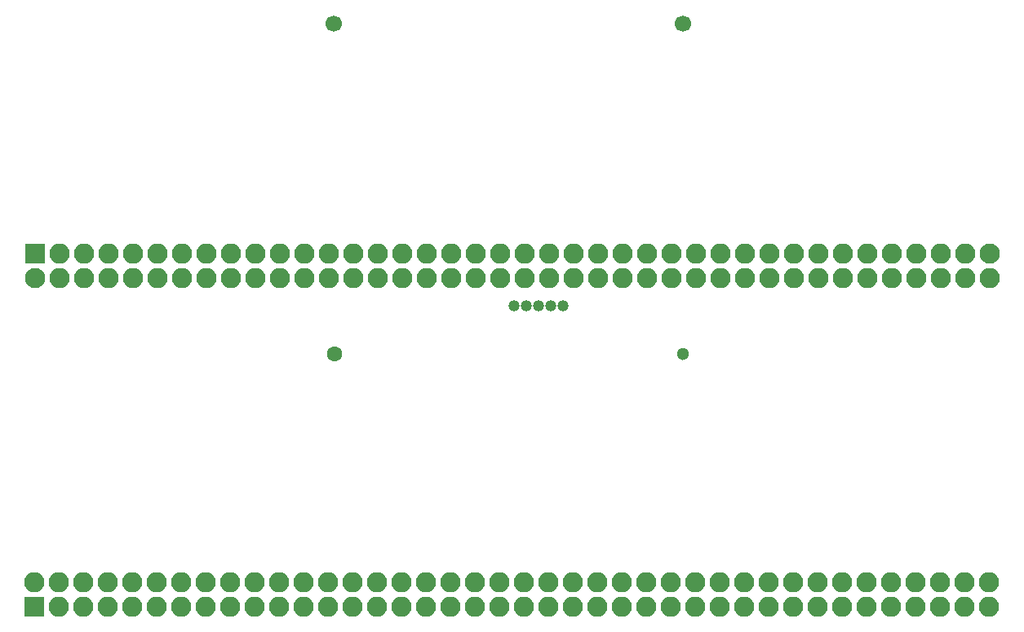
<source format=gbr>
%TF.GenerationSoftware,KiCad,Pcbnew,6.0.4-6f826c9f35~116~ubuntu20.04.1*%
%TF.CreationDate,2022-04-13T10:42:55+07:00*%
%TF.ProjectId,BTB2Header,42544232-4865-4616-9465-722e6b696361,rev?*%
%TF.SameCoordinates,Original*%
%TF.FileFunction,Soldermask,Bot*%
%TF.FilePolarity,Negative*%
%FSLAX46Y46*%
G04 Gerber Fmt 4.6, Leading zero omitted, Abs format (unit mm)*
G04 Created by KiCad (PCBNEW 6.0.4-6f826c9f35~116~ubuntu20.04.1) date 2022-04-13 10:42:55*
%MOMM*%
%LPD*%
G01*
G04 APERTURE LIST*
G04 Aperture macros list*
%AMRoundRect*
0 Rectangle with rounded corners*
0 $1 Rounding radius*
0 $2 $3 $4 $5 $6 $7 $8 $9 X,Y pos of 4 corners*
0 Add a 4 corners polygon primitive as box body*
4,1,4,$2,$3,$4,$5,$6,$7,$8,$9,$2,$3,0*
0 Add four circle primitives for the rounded corners*
1,1,$1+$1,$2,$3*
1,1,$1+$1,$4,$5*
1,1,$1+$1,$6,$7*
1,1,$1+$1,$8,$9*
0 Add four rect primitives between the rounded corners*
20,1,$1+$1,$2,$3,$4,$5,0*
20,1,$1+$1,$4,$5,$6,$7,0*
20,1,$1+$1,$6,$7,$8,$9,0*
20,1,$1+$1,$8,$9,$2,$3,0*%
G04 Aperture macros list end*
%ADD10C,1.187400*%
%ADD11C,1.700000*%
%ADD12RoundRect,0.200000X0.850000X-0.850000X0.850000X0.850000X-0.850000X0.850000X-0.850000X-0.850000X0*%
%ADD13O,2.100000X2.100000*%
%ADD14C,2.100000*%
%ADD15RoundRect,0.200000X-0.850000X0.850000X-0.850000X-0.850000X0.850000X-0.850000X0.850000X0.850000X0*%
%ADD16C,1.300000*%
%ADD17C,1.600000*%
G04 APERTURE END LIST*
D10*
%TO.C,REF\u002A\u002A*%
X124104400Y-98653600D03*
X129184400Y-98653600D03*
X127914400Y-98653600D03*
X126644400Y-98653600D03*
X125374400Y-98653600D03*
%TD*%
D11*
%TO.C,CN1*%
X141625525Y-69343518D03*
X105425525Y-69343518D03*
%TD*%
D12*
%TO.C,J2*%
X74351676Y-129923877D03*
D13*
X74351676Y-127383877D03*
X76891676Y-129923877D03*
X76891676Y-127383877D03*
X79431676Y-129923877D03*
X79431676Y-127383877D03*
X81971676Y-129923877D03*
X81971676Y-127383877D03*
X84511676Y-129923877D03*
X84511676Y-127383877D03*
X87051676Y-129923877D03*
X87051676Y-127383877D03*
X89591676Y-129923877D03*
X89591676Y-127383877D03*
X92131676Y-129923877D03*
X92131676Y-127383877D03*
X94671676Y-129923877D03*
X94671676Y-127383877D03*
X97211676Y-129923877D03*
X97211676Y-127383877D03*
X99751676Y-129923877D03*
X99751676Y-127383877D03*
X102291676Y-129923877D03*
X102291676Y-127383877D03*
X104831676Y-129923877D03*
X104831676Y-127383877D03*
X107371676Y-129923877D03*
X107371676Y-127383877D03*
X109911676Y-129923877D03*
X109911676Y-127383877D03*
X112451676Y-129923877D03*
X112451676Y-127383877D03*
X114991676Y-129923877D03*
X114991676Y-127383877D03*
X117531676Y-129923877D03*
X117531676Y-127383877D03*
X120071676Y-129923877D03*
X120071676Y-127383877D03*
X122611676Y-129923877D03*
X122611676Y-127383877D03*
X125151676Y-129923877D03*
X125151676Y-127383877D03*
X127691676Y-129923877D03*
X127691676Y-127383877D03*
X130231676Y-129923877D03*
X130231676Y-127383877D03*
X132771676Y-129923877D03*
X132771676Y-127383877D03*
X135311676Y-129923877D03*
X135311676Y-127383877D03*
X137851676Y-129923877D03*
X137851676Y-127383877D03*
X140391676Y-129923877D03*
X140391676Y-127383877D03*
X142931676Y-129923877D03*
X142931676Y-127383877D03*
X145471676Y-129923877D03*
X145471676Y-127383877D03*
X148011676Y-129923877D03*
X148011676Y-127383877D03*
X150551676Y-129923877D03*
X150551676Y-127383877D03*
X153091676Y-129923877D03*
X153091676Y-127383877D03*
X155631676Y-129923877D03*
X155631676Y-127383877D03*
X158171676Y-129923877D03*
X158171676Y-127383877D03*
X160711676Y-129923877D03*
X160711676Y-127383877D03*
X163251676Y-129923877D03*
X163251676Y-127383877D03*
X165791676Y-129923877D03*
X165791676Y-127383877D03*
X168331676Y-129923877D03*
X168331676Y-127383877D03*
X170871676Y-129923877D03*
X170871676Y-127383877D03*
X173411676Y-129923877D03*
X173411676Y-127383877D03*
%TD*%
D14*
%TO.C,J1*%
X74392825Y-95831118D03*
D15*
X74392825Y-93291118D03*
D13*
X76932825Y-95831118D03*
X76932825Y-93291118D03*
X79472825Y-95831118D03*
X79472825Y-93291118D03*
X82012825Y-95831118D03*
X82012825Y-93291118D03*
X84552825Y-95831118D03*
X84552825Y-93291118D03*
X87092825Y-95831118D03*
X87092825Y-93291118D03*
X89632825Y-95831118D03*
X89632825Y-93291118D03*
X92172825Y-95831118D03*
X92172825Y-93291118D03*
X94712825Y-95831118D03*
X94712825Y-93291118D03*
X97252825Y-95831118D03*
X97252825Y-93291118D03*
X99792825Y-95831118D03*
X99792825Y-93291118D03*
X102332825Y-95831118D03*
X102332825Y-93291118D03*
X104872825Y-95831118D03*
X104872825Y-93291118D03*
X107412825Y-95831118D03*
X107412825Y-93291118D03*
X109952825Y-95831118D03*
X109952825Y-93291118D03*
X112492825Y-95831118D03*
X112492825Y-93291118D03*
X115032825Y-95831118D03*
X115032825Y-93291118D03*
X117572825Y-95831118D03*
X117572825Y-93291118D03*
X120112825Y-95831118D03*
X120112825Y-93291118D03*
X122652825Y-95831118D03*
X122652825Y-93291118D03*
X125192825Y-95831118D03*
X125192825Y-93291118D03*
X127732825Y-95831118D03*
X127732825Y-93291118D03*
X130272825Y-95831118D03*
X130272825Y-93291118D03*
X132812825Y-95831118D03*
X132812825Y-93291118D03*
X135352825Y-95831118D03*
X135352825Y-93291118D03*
X137892825Y-95831118D03*
X137892825Y-93291118D03*
X140432825Y-95831118D03*
X140432825Y-93291118D03*
X142972825Y-95831118D03*
X142972825Y-93291118D03*
X145512825Y-95831118D03*
X145512825Y-93291118D03*
X148052825Y-95831118D03*
X148052825Y-93291118D03*
X150592825Y-95831118D03*
X150592825Y-93291118D03*
X153132825Y-95831118D03*
X153132825Y-93291118D03*
X155672825Y-95831118D03*
X155672825Y-93291118D03*
X158212825Y-95831118D03*
X158212825Y-93291118D03*
X160752825Y-95831118D03*
X160752825Y-93291118D03*
X163292825Y-95831118D03*
X163292825Y-93291118D03*
X165832825Y-95831118D03*
X165832825Y-93291118D03*
X168372825Y-95831118D03*
X168372825Y-93291118D03*
X170912825Y-95831118D03*
X170912825Y-93291118D03*
X173452825Y-95831118D03*
D14*
X173452825Y-93291118D03*
%TD*%
D16*
%TO.C,CN2*%
X141671876Y-103655277D03*
D17*
X105461676Y-103655277D03*
%TD*%
M02*

</source>
